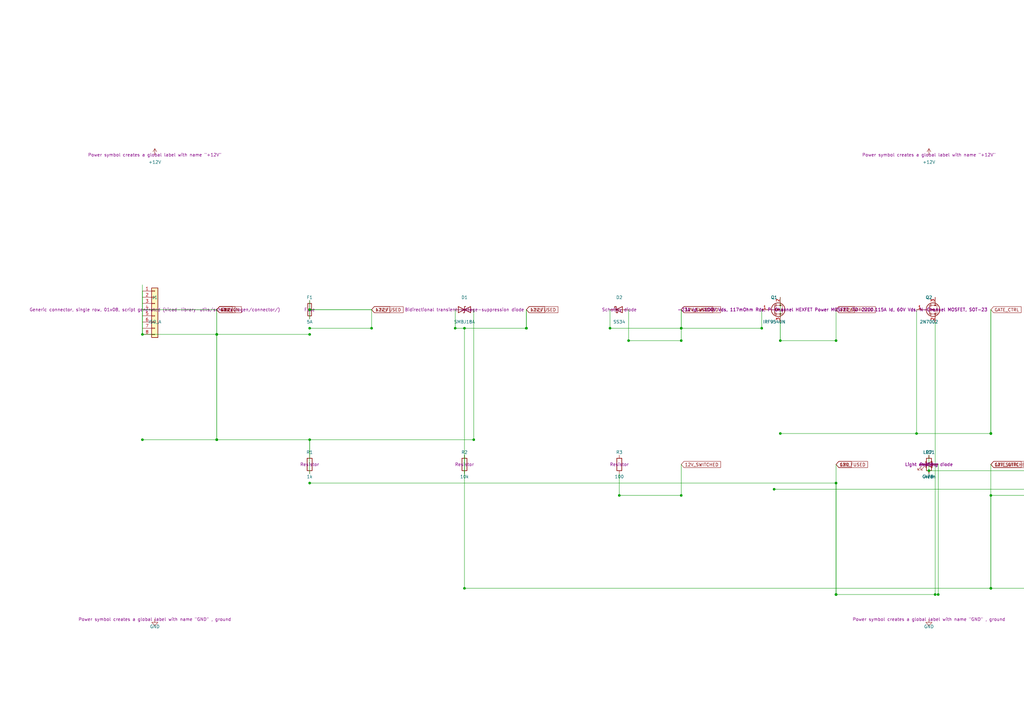
<source format=kicad_sch>
(kicad_sch (version 20250114) (generator "eeschema") (generator_version "9.0")
  (paper "A3")
  (title_block (title "WRX Power & CAN HAT") (date "2026-02-02T00:08:32.410828") (rev "1.0") (company "Auto-generated by Python"))
  (symbol (lib_id "Device:C") (at 635 190.5 0) (unit 1)
    (property "Reference" "C10" (at 635 185.5 0))
    (property "Value" "10uF" (at 635 195.5 0))
    (property "Description" "Unpolarized capacitor" (at 635 190.5 0))
  )
  (symbol (lib_id "Device:R") (at 254 381 0) (unit 1)
    (property "Reference" "R4" (at 254 376 0))
    (property "Value" "1.5k" (at 254 386 0))
    (property "Description" "Resistor" (at 254 381 0))
  )
  (symbol (lib_id "Device:R") (at 317.5 381 0) (unit 1)
    (property "Reference" "R5" (at 317.5 376 0))
    (property "Value" "1k" (at 317.5 386 0))
    (property "Description" "Resistor" (at 317.5 381 0))
  )
  (symbol (lib_id "Device:Crystal") (at 190.5 571.5 0) (unit 1)
    (property "Reference" "Y1" (at 190.5 566.5 0))
    (property "Value" "8MHz" (at 190.5 576.5 0))
    (property "Description" "Two pin crystal" (at 190.5 571.5 0))
  )
  (symbol (lib_id "Device:C") (at 698.5 762 0) (unit 1)
    (property "Reference" "C14" (at 698.5 757 0))
    (property "Value" "2.2uF" (at 698.5 767 0))
    (property "Description" "Unpolarized capacitor" (at 698.5 762 0))
  )
  (symbol (lib_id "Connector_Generic:Conn_01x16") (at 444.5 508 0) (unit 1)
    (property "Reference" "J3" (at 444.5 503 0))
    (property "Value" "OBD-II" (at 444.5 513 0))
    (property "Description" "Generic connector, single row, 01x16, script generated (kicad-library-utils/schlib/autogen/connector/)" (at 444.5 508 0))
  )
  (symbol (lib_id "Connector_Generic:Conn_01x02") (at 635 571.5 0) (unit 1)
    (property "Reference" "J6" (at 635 566.5 0))
    (property "Value" "FAN" (at 635 576.5 0))
    (property "Description" "Generic connector, single row, 01x02, script generated (kicad-library-utils/schlib/autogen/connector/)" (at 635 571.5 0))
  )
  (symbol (lib_id "Device:CP") (at 190.5 381 0) (unit 1)
    (property "Reference" "C?" (at 190.5 376 0))
    (property "Value" "220uF" (at 190.5 386 0))
  )
  (symbol (lib_id "Device:R") (at 635 381 0) (unit 1)
    (property "Reference" "R16" (at 635 376 0))
    (property "Value" "470" (at 635 386 0))
    (property "Description" "Resistor" (at 635 381 0))
  )
  (symbol (lib_id "Device:R") (at 381 508 0) (unit 1)
    (property "Reference" "R8" (at 381 503 0))
    (property "Value" "120" (at 381 513 0))
    (property "Description" "Resistor" (at 381 508 0))
  )
  (symbol (lib_id "Device:D") (at 635 508 0) (unit 1)
    (property "Reference" "D4" (at 635 503 0))
    (property "Value" "1N4148" (at 635 513 0))
    (property "Description" "Diode" (at 635 508 0))
    (property "Sim.Device" "D" (effects (hide yes)))
    (property "Sim.Pins" "1=K 2=A" (effects (hide yes)))
  )
  (symbol (lib_id "Device:C") (at 635 698.5 0) (unit 1)
    (property "Reference" "C11" (at 635 693.5 0))
    (property "Value" "1uF" (at 635 703.5 0))
    (property "Description" "Unpolarized capacitor" (at 635 698.5 0))
  )
  (symbol (lib_id "Connector:Screw_Terminal_01x02") (at 444.5 571.5 0) (unit 1)
    (property "Reference" "J4" (at 444.5 566.5 0))
    (property "Value" "CAN_Term" (at 444.5 576.5 0))
    (property "Description" "Generic screw terminal, single row, 01x02, script generated (kicad-library-utils/schlib/autogen/connector/)" (at 444.5 571.5 0))
  )
  (symbol (lib_id "Device:D_Schottky") (at 254 127 0) (unit 1)
    (property "Reference" "D2" (at 254 122 0))
    (property "Value" "SS34" (at 254 132 0))
    (property "Description" "Schottky diode" (at 254 127 0))
  )
  (symbol (lib_id "Device:C") (at 571.5 190.5 0) (unit 1)
    (property "Reference" "C8" (at 571.5 185.5 0))
    (property "Value" "100nF" (at 571.5 195.5 0))
    (property "Description" "Unpolarized capacitor" (at 571.5 190.5 0))
  )
  (symbol (lib_id "Device:C") (at 381 571.5 0) (unit 1)
    (property "Reference" "C6" (at 381 566.5 0))
    (property "Value" "22pF" (at 381 576.5 0))
    (property "Description" "Unpolarized capacitor" (at 381 571.5 0))
  )
  (symbol (lib_id "Device:C") (at 635 762 0) (unit 1)
    (property "Reference" "C12" (at 635 757 0))
    (property "Value" "2.2uF" (at 635 767 0))
    (property "Description" "Unpolarized capacitor" (at 635 762 0))
  )
  (symbol (lib_id "Device:CP") (at 317.5 190.5 0) (unit 1)
    (property "Reference" "C?" (at 317.5 185.5 0))
    (property "Value" "100uF" (at 317.5 195.5 0))
  )
  (symbol (lib_id "Device:L") (at 190.5 317.5 0) (unit 1)
    (property "Reference" "L1" (at 190.5 312.5 0))
    (property "Value" "33uH" (at 190.5 322.5 0))
    (property "Description" "Inductor" (at 190.5 317.5 0))
  )
  (symbol (lib_id "Connector_Generic:Conn_01x08") (at 63.5 127 0) (unit 1)
    (property "Reference" "J1" (at 63.5 122 0))
    (property "Value" "ISO_A" (at 63.5 132 0))
    (property "Description" "Generic connector, single row, 01x08, script generated (kicad-library-utils/schlib/autogen/connector/)" (at 63.5 127 0))
  )
  (symbol (lib_id "Regulator_Linear:AMS1117-3.3") (at 127 698.5 0) (unit 1)
    (property "Reference" "U2" (at 127 693.5 0))
    (property "Value" "AMS1117-3.3" (at 127 703.5 0))
    (property "Footprint" "Package_TO_SOT_SMD:SOT-223-3_TabPin2" (effects (hide yes)))
    (property "Datasheet" "http://www.advanced-monolithic.com/pdf/ds1117.pdf" (effects (hide yes)))
    (property "Description" "1A Low Dropout regulator, positive, 3.3V fixed output, SOT-223" (at 127 698.5 0))
  )
  (symbol (lib_id "power:+12V") (at 63.5 63.5 0) (unit 1)
    (property "Reference" "#PWR01" (effects (hide yes)))
    (property "Value" "+12V" (at 63.5 66.5 0))
    (property "Description" "Power symbol creates a global label with name \"+12V\"" (at 63.5 63.5 0))
  )
  (symbol (lib_id "power:GND") (at 698.5 254 0) (unit 1)
    (property "Reference" "#PWR07" (effects (hide yes)))
    (property "Value" "GND" (at 698.5 257 0))
    (property "Description" "Power symbol creates a global label with name \"GND\" , ground" (at 698.5 254 0))
  )
  (symbol (lib_id "Connector_Generic:Conn_02x20_Odd_Even") (at 381 698.5 0) (unit 1)
    (property "Reference" "J2" (at 381 693.5 0))
    (property "Value" "Pi_GPIO" (at 381 703.5 0))
    (property "Description" "Generic connector, double row, 02x20, odd/even pin numbering scheme (row 1 odd numbers, row 2 even numbers), script generated (kicad-library-utils/schlib/autogen/connector/)" (at 381 698.5 0))
  )
  (symbol (lib_id "Device:C") (at 254 698.5 0) (unit 1)
    (property "Reference" "C4" (at 254 693.5 0))
    (property "Value" "10uF" (at 254 703.5 0))
    (property "Description" "Unpolarized capacitor" (at 254 698.5 0))
  )
  (symbol (lib_id "Device:R") (at 571.5 825.5 0) (unit 1)
    (property "Reference" "R15" (at 571.5 820.5 0))
    (property "Value" "1k" (at 571.5 830.5 0))
    (property "Description" "Resistor" (at 571.5 825.5 0))
  )
  (symbol (lib_id "MCU_Microchip_ATtiny:ATtiny85-20PU") (at 444.5 317.5 0) (unit 1)
    (property "Reference" "U?" (at 444.5 312.5 0))
    (property "Value" "ATtiny85" (at 444.5 322.5 0))
  )
  (symbol (lib_id "Device:C") (at 444.5 381 0) (unit 1)
    (property "Reference" "C7" (at 444.5 376 0))
    (property "Value" "100nF" (at 444.5 386 0))
    (property "Description" "Unpolarized capacitor" (at 444.5 381 0))
  )
  (symbol (lib_id "power:+3.3V") (at 63.5 635 0) (unit 1)
    (property "Reference" "#PWR03" (effects (hide yes)))
    (property "Value" "+3.3V" (at 63.5 638 0))
    (property "Description" "Power symbol creates a global label with name \"+3.3V\"" (at 63.5 635 0))
  )
  (symbol (lib_id "Device:R") (at 698.5 825.5 0) (unit 1)
    (property "Reference" "R18" (at 698.5 820.5 0))
    (property "Value" "1k" (at 698.5 830.5 0))
    (property "Description" "Resistor" (at 698.5 825.5 0))
  )
  (symbol (lib_id "Device:R") (at 571.5 571.5 0) (unit 1)
    (property "Reference" "R14" (at 571.5 566.5 0))
    (property "Value" "1k" (at 571.5 576.5 0))
    (property "Description" "Resistor" (at 571.5 571.5 0))
  )
  (symbol (lib_id "Connector_Generic:Conn_01x03") (at 698.5 571.5 0) (unit 1)
    (property "Reference" "JP2" (at 698.5 566.5 0))
    (property "Value" "5V/12V" (at 698.5 576.5 0))
    (property "Description" "Generic connector, single row, 01x03, script generated (kicad-library-utils/schlib/autogen/connector/)" (at 698.5 571.5 0))
  )
  (symbol (lib_id "Isolator:LTV-817S") (at 444.5 127 0) (unit 1)
    (property "Reference" "U4" (at 444.5 122 0))
    (property "Value" "LTV-817S" (at 444.5 132 0))
    (property "Footprint" "Package_DIP:SMDIP-4_W9.53mm" (effects (hide yes)))
    (property "Datasheet" "http://www.us.liteon.com/downloads/LTV-817-827-847.PDF" (effects (hide yes)))
    (property "Description" "DC Optocoupler, Vce 35V, CTR 50%, SMDIP-4" (at 444.5 127 0))
  )
  (symbol (lib_id "Device:R") (at 317.5 508 0) (unit 1)
    (property "Reference" "R6" (at 317.5 503 0))
    (property "Value" "10k" (at 317.5 513 0))
    (property "Description" "Resistor" (at 317.5 508 0))
  )
  (symbol (lib_id "Device:R") (at 508 190.5 0) (unit 1)
    (property "Reference" "R11" (at 508 185.5 0))
    (property "Value" "10k" (at 508 195.5 0))
    (property "Description" "Resistor" (at 508 190.5 0))
  )
  (symbol (lib_id "Connector_Generic:Conn_01x02") (at 508 571.5 0) (unit 1)
    (property "Reference" "JP1" (at 508 566.5 0))
    (property "Value" "Jumper" (at 508 576.5 0))
    (property "Description" "Generic connector, single row, 01x02, script generated (kicad-library-utils/schlib/autogen/connector/)" (at 508 571.5 0))
  )
  (symbol (lib_id "Device:R") (at 571.5 381 0) (unit 1)
    (property "Reference" "R13" (at 571.5 376 0))
    (property "Value" "470" (at 571.5 386 0))
    (property "Description" "Resistor" (at 571.5 381 0))
  )
  (symbol (lib_id "Device:C") (at 190.5 698.5 0) (unit 1)
    (property "Reference" "C2" (at 190.5 693.5 0))
    (property "Value" "10uF" (at 190.5 703.5 0))
    (property "Description" "Unpolarized capacitor" (at 190.5 698.5 0))
  )
  (symbol (lib_id "Device:R") (at 635 825.5 0) (unit 1)
    (property "Reference" "R17" (at 635 820.5 0))
    (property "Value" "1k" (at 635 830.5 0))
    (property "Description" "Resistor" (at 635 825.5 0))
  )
  (symbol (lib_id "Device:R") (at 444.5 127 0) (unit 1)
    (property "Reference" "R9" (at 444.5 122 0))
    (property "Value" "10k" (at 444.5 132 0))
    (property "Description" "Resistor" (at 444.5 127 0))
  )
  (symbol (lib_id "Device:D_Schottky") (at 254 317.5 0) (unit 1)
    (property "Reference" "D3" (at 254 312.5 0))
    (property "Value" "SS54" (at 254 322.5 0))
    (property "Description" "Schottky diode" (at 254 317.5 0))
  )
  (symbol (lib_id "Regulator_Switching:LM2596S-5") (at 127 317.5 0) (unit 1)
    (property "Reference" "U1" (at 127 312.5 0))
    (property "Value" "LM2596S-5.0" (at 127 322.5 0))
    (property "Footprint" "Package_TO_SOT_SMD:TO-263-5_TabPin3" (effects (hide yes)))
    (property "Datasheet" "http://www.ti.com/lit/ds/symlink/lm2596.pdf" (effects (hide yes)))
    (property "Description" "5V 3A Step-Down Voltage Regulator, TO-263" (at 127 317.5 0))
  )
  (symbol (lib_id "Device:R") (at 508 381 0) (unit 1)
    (property "Reference" "R12" (at 508 376 0))
    (property "Value" "10k" (at 508 386 0))
    (property "Description" "Resistor" (at 508 381 0))
  )
  (symbol (lib_id "Connector_Generic:Conn_01x06") (at 825.5 762 0) (unit 1)
    (property "Reference" "J7" (at 825.5 757 0))
    (property "Value" "Audio" (at 825.5 767 0))
    (property "Description" "Generic connector, single row, 01x06, script generated (kicad-library-utils/schlib/autogen/connector/)" (at 825.5 762 0))
  )
  (symbol (lib_id "Device:C") (at 571.5 762 0) (unit 1)
    (property "Reference" "C9" (at 571.5 757 0))
    (property "Value" "2.2uF" (at 571.5 767 0))
    (property "Description" "Unpolarized capacitor" (at 571.5 762 0))
  )
  (symbol (lib_id "Connector_Generic:Conn_01x16") (at 571.5 698.5 0) (unit 1)
    (property "Reference" "U5" (at 571.5 693.5 0))
    (property "Value" "PCM5142" (at 571.5 703.5 0))
    (property "Description" "Generic connector, single row, 01x16, script generated (kicad-library-utils/schlib/autogen/connector/)" (at 571.5 698.5 0))
  )
  (symbol (lib_id "Transistor_FET:2N7002") (at 381 127 0) (unit 1)
    (property "Reference" "Q2" (at 381 122 0))
    (property "Value" "2N7002" (at 381 132 0))
    (property "Footprint" "Package_TO_SOT_SMD:SOT-23" (effects (hide yes)))
    (property "Datasheet" "https://www.onsemi.com/pub/Collateral/NDS7002A-D.PDF" (effects (hide yes)))
    (property "Description" "0.115A Id, 60V Vds, N-Channel MOSFET, SOT-23" (at 381 127 0))
  )
  (symbol (lib_id "power:GND") (at 63.5 254 0) (unit 1)
    (property "Reference" "#PWR02" (effects (hide yes)))
    (property "Value" "GND" (at 63.5 257 0))
    (property "Description" "Power symbol creates a global label with name \"GND\" , ground" (at 63.5 254 0))
  )
  (symbol (lib_id "Device:LED") (at 571.5 317.5 0) (unit 1)
    (property "Reference" "LED3" (at 571.5 312.5 0))
    (property "Value" "Yellow" (at 571.5 322.5 0))
    (property "Description" "Light emitting diode" (at 571.5 317.5 0))
    (property "Sim.Pins" "1=K 2=A" (effects (hide yes)))
  )
  (symbol (lib_id "Device:C") (at 254 571.5 0) (unit 1)
    (property "Reference" "C3" (at 254 566.5 0))
    (property "Value" "100nF" (at 254 576.5 0))
    (property "Description" "Unpolarized capacitor" (at 254 571.5 0))
  )
  (symbol (lib_id "Device:R") (at 444.5 190.5 0) (unit 1)
    (property "Reference" "R10" (at 444.5 185.5 0))
    (property "Value" "1k" (at 444.5 195.5 0))
    (property "Description" "Resistor" (at 444.5 190.5 0))
  )
  (symbol (lib_id "Device:R") (at 190.5 190.5 0) (unit 1)
    (property "Reference" "R2" (at 190.5 185.5 0))
    (property "Value" "10k" (at 190.5 195.5 0))
    (property "Description" "Resistor" (at 190.5 190.5 0))
  )
  (symbol (lib_id "Device:LED") (at 508 317.5 0) (unit 1)
    (property "Reference" "LED2" (at 508 312.5 0))
    (property "Value" "Red" (at 508 322.5 0))
    (property "Description" "Light emitting diode" (at 508 317.5 0))
    (property "Sim.Pins" "1=K 2=A" (effects (hide yes)))
  )
  (symbol (lib_id "Transistor_FET:2N7002") (at 571.5 508 0) (unit 1)
    (property "Reference" "Q3" (at 571.5 503 0))
    (property "Value" "2N7002" (at 571.5 513 0))
    (property "Footprint" "Package_TO_SOT_SMD:SOT-23" (effects (hide yes)))
    (property "Datasheet" "https://www.onsemi.com/pub/Collateral/NDS7002A-D.PDF" (effects (hide yes)))
    (property "Description" "0.115A Id, 60V Vds, N-Channel MOSFET, SOT-23" (at 571.5 508 0))
  )
  (symbol (lib_id "Device:LED") (at 381 190.5 0) (unit 1)
    (property "Reference" "LED1" (at 381 185.5 0))
    (property "Value" "Green" (at 381 195.5 0))
    (property "Description" "Light emitting diode" (at 381 190.5 0))
    (property "Sim.Pins" "1=K 2=A" (effects (hide yes)))
  )
  (symbol (lib_id "Interface_CAN_LIN:SN65HVD230") (at 254 508 0) (unit 1)
    (property "Reference" "U3" (at 254 503 0))
    (property "Value" "SN65HVD230" (at 254 513 0))
    (property "Footprint" "Package_SO:SOIC-8_3.9x4.9mm_P1.27mm" (effects (hide yes)))
    (property "Datasheet" "http://www.ti.com/lit/ds/symlink/sn65hvd230.pdf" (effects (hide yes)))
    (property "Description" "CAN Bus Transceivers, 3.3V, 1Mbps, Low-Power capabilities, SOIC-8" (at 254 508 0))
  )
  (symbol (lib_id "Device:R") (at 254 190.5 0) (unit 1)
    (property "Reference" "R3" (at 254 185.5 0))
    (property "Value" "100" (at 254 195.5 0))
    (property "Description" "Resistor" (at 254 190.5 0))
  )
  (symbol (lib_id "Device:C") (at 698.5 698.5 0) (unit 1)
    (property "Reference" "C13" (at 698.5 693.5 0))
    (property "Value" "1uF" (at 698.5 703.5 0))
    (property "Description" "Unpolarized capacitor" (at 698.5 698.5 0))
  )
  (symbol (lib_id "power:+5V") (at 381 444.5 0) (unit 1)
    (property "Reference" "#PWR06" (effects (hide yes)))
    (property "Value" "+5V" (at 381 447.5 0))
    (property "Description" "Power symbol creates a global label with name \"+5V\"" (at 381 444.5 0))
  )
  (symbol (lib_id "Device:C") (at 762 762 0) (unit 1)
    (property "Reference" "C15" (at 762 757 0))
    (property "Value" "2.2uF" (at 762 767 0))
    (property "Description" "Unpolarized capacitor" (at 762 762 0))
  )
  (symbol (lib_id "Device:R") (at 381 190.5 0) (unit 1)
    (property "Reference" "R7" (at 381 185.5 0))
    (property "Value" "470" (at 381 195.5 0))
    (property "Description" "Resistor" (at 381 190.5 0))
  )
  (symbol (lib_id "Connector_Generic:Conn_02x03_Odd_Even") (at 635 317.5 0) (unit 1)
    (property "Reference" "J5" (at 635 312.5 0))
    (property "Value" "ISP" (at 635 322.5 0))
    (property "Description" "Generic connector, double row, 02x03, odd/even pin numbering scheme (row 1 odd numbers, row 2 even numbers), script generated (kicad-library-utils/schlib/autogen/connector/)" (at 635 317.5 0))
  )
  (symbol (lib_id "Interface_CAN_LIN:MCP2515-I_SO") (at 127 508 0) (unit 1)
    (property "Reference" "U?" (at 127 503 0))
    (property "Value" "MCP2515" (at 127 513 0))
  )
  (symbol (lib_id "Device:C") (at 127 571.5 0) (unit 1)
    (property "Reference" "C1" (at 127 566.5 0))
    (property "Value" "100nF" (at 127 576.5 0))
    (property "Description" "Unpolarized capacitor" (at 127 571.5 0))
  )
  (symbol (lib_id "Device:R") (at 762 825.5 0) (unit 1)
    (property "Reference" "R19" (at 762 820.5 0))
    (property "Value" "1k" (at 762 830.5 0))
    (property "Description" "Resistor" (at 762 825.5 0))
  )
  (symbol (lib_id "Device:R") (at 127 190.5 0) (unit 1)
    (property "Reference" "R1" (at 127 185.5 0))
    (property "Value" "1k" (at 127 195.5 0))
    (property "Description" "Resistor" (at 127 190.5 0))
  )
  (symbol (lib_id "Device:D_TVS") (at 190.5 127 0) (unit 1)
    (property "Reference" "D1" (at 190.5 122 0))
    (property "Value" "SMBJ18A" (at 190.5 132 0))
    (property "Description" "Bidirectional transient-voltage-suppression diode" (at 190.5 127 0))
  )
  (symbol (lib_id "Device:Fuse") (at 127 127 0) (unit 1)
    (property "Reference" "F1" (at 127 122 0))
    (property "Value" "5A" (at 127 132 0))
    (property "Description" "Fuse" (at 127 127 0))
  )
  (symbol (lib_id "Device:C") (at 317.5 571.5 0) (unit 1)
    (property "Reference" "C5" (at 317.5 566.5 0))
    (property "Value" "22pF" (at 317.5 576.5 0))
    (property "Description" "Unpolarized capacitor" (at 317.5 571.5 0))
  )
  (symbol (lib_id "Transistor_FET:IRF9540N") (at 317.5 127 0) (unit 1)
    (property "Reference" "Q1" (at 317.5 122 0))
    (property "Value" "IRF9540N" (at 317.5 132 0))
    (property "Footprint" "Package_TO_SOT_THT:TO-220-3_Vertical" (effects (hide yes)))
    (property "Datasheet" "http://www.irf.com/product-info/datasheets/data/irf9540n.pdf" (effects (hide yes)))
    (property "Description" "-23A Id, -100V Vds, 117mOhm Rds, P-Channel HEXFET Power MOSFET, TO-220" (at 317.5 127 0))
  )
  (symbol (lib_id "power:+12V") (at 381 63.5 0) (unit 1)
    (property "Reference" "#PWR04" (effects (hide yes)))
    (property "Value" "+12V" (at 381 66.5 0))
    (property "Description" "Power symbol creates a global label with name \"+12V\"" (at 381 63.5 0))
  )
  (symbol (lib_id "power:GND") (at 381 254 0) (unit 1)
    (property "Reference" "#PWR05" (effects (hide yes)))
    (property "Value" "GND" (at 381 257 0))
    (property "Description" "Power symbol creates a global label with name \"GND\" , ground" (at 381 254 0))
  )
  (symbol (lib_id "Device:CP") (at 127 381 0) (unit 1)
    (property "Reference" "C?" (at 127 376 0))
    (property "Value" "100uF" (at 127 386 0))
  )
  (global_label "GND" (shape input) (at 88.9 127.0 0) (property "Intersheetrefs" "${INTERSHEET_REFS}" (effects hide)))
  (global_label "GND" (shape input) (at 342.9 190.5 0) (property "Intersheetrefs" "${INTERSHEET_REFS}" (effects hide)))
  (global_label "GND" (shape input) (at 152.4 381.0 0) (property "Intersheetrefs" "${INTERSHEET_REFS}" (effects hide)))
  (global_label "GND" (shape input) (at 215.9 381.0 0) (property "Intersheetrefs" "${INTERSHEET_REFS}" (effects hide)))
  (global_label "GND" (shape input) (at 469.90000000000003 381.0 0) (property "Intersheetrefs" "${INTERSHEET_REFS}" (effects hide)))
  (global_label "GND" (shape input) (at 152.4 571.5 0) (property "Intersheetrefs" "${INTERSHEET_REFS}" (effects hide)))
  (global_label "GND" (shape input) (at 279.4 571.5 0) (property "Intersheetrefs" "${INTERSHEET_REFS}" (effects hide)))
  (global_label "GND" (shape input) (at 342.9 571.5 0) (property "Intersheetrefs" "${INTERSHEET_REFS}" (effects hide)))
  (global_label "GND" (shape input) (at 406.4 571.5 0) (property "Intersheetrefs" "${INTERSHEET_REFS}" (effects hide)))
  (global_label "GND" (shape input) (at 215.9 698.5 0) (property "Intersheetrefs" "${INTERSHEET_REFS}" (effects hide)))
  (global_label "GND" (shape input) (at 279.4 698.5 0) (property "Intersheetrefs" "${INTERSHEET_REFS}" (effects hide)))
  (global_label "GND" (shape input) (at 152.4 317.5 0) (property "Intersheetrefs" "${INTERSHEET_REFS}" (effects hide)))
  (global_label "GND" (shape input) (at 469.90000000000003 127.0 0) (property "Intersheetrefs" "${INTERSHEET_REFS}" (effects hide)))
  (global_label "GND" (shape input) (at 469.90000000000003 317.5 0) (property "Intersheetrefs" "${INTERSHEET_REFS}" (effects hide)))
  (global_label "GND" (shape input) (at 152.4 508.0 0) (property "Intersheetrefs" "${INTERSHEET_REFS}" (effects hide)))
  (global_label "GND" (shape input) (at 279.4 508.0 0) (property "Intersheetrefs" "${INTERSHEET_REFS}" (effects hide)))
  (global_label "GND" (shape input) (at 152.4 698.5 0) (property "Intersheetrefs" "${INTERSHEET_REFS}" (effects hide)))
  (global_label "GND" (shape input) (at 406.4 698.5 0) (property "Intersheetrefs" "${INTERSHEET_REFS}" (effects hide)))
  (global_label "GND" (shape input) (at 660.4 317.5 0) (property "Intersheetrefs" "${INTERSHEET_REFS}" (effects hide)))
  (global_label "GND" (shape input) (at 660.4 508.0 0) (property "Intersheetrefs" "${INTERSHEET_REFS}" (effects hide)))
  (global_label "+12V" (shape input) (at 88.9 127.0 0) (property "Intersheetrefs" "${INTERSHEET_REFS}" (effects hide)))
  (global_label "+12V" (shape input) (at 152.4 127.0 0) (property "Intersheetrefs" "${INTERSHEET_REFS}" (effects hide)))
  (global_label "+12V" (shape input) (at 215.9 127.0 0) (property "Intersheetrefs" "${INTERSHEET_REFS}" (effects hide)))
  (global_label "+12V" (shape input) (at 342.9 127.0 0) (property "Intersheetrefs" "${INTERSHEET_REFS}" (effects hide)))
  (global_label "+5V" (shape input) (at 152.4 317.5 0) (property "Intersheetrefs" "${INTERSHEET_REFS}" (effects hide)))
  (global_label "+5V" (shape input) (at 215.9 381.0 0) (property "Intersheetrefs" "${INTERSHEET_REFS}" (effects hide)))
  (global_label "+5V" (shape input) (at 152.4 571.5 0) (property "Intersheetrefs" "${INTERSHEET_REFS}" (effects hide)))
  (global_label "+5V" (shape input) (at 469.90000000000003 317.5 0) (property "Intersheetrefs" "${INTERSHEET_REFS}" (effects hide)))
  (global_label "+5V" (shape input) (at 152.4 508.0 0) (property "Intersheetrefs" "${INTERSHEET_REFS}" (effects hide)))
  (global_label "+5V" (shape input) (at 152.4 698.5 0) (property "Intersheetrefs" "${INTERSHEET_REFS}" (effects hide)))
  (global_label "+5V" (shape input) (at 406.4 698.5 0) (property "Intersheetrefs" "${INTERSHEET_REFS}" (effects hide)))
  (global_label "+3.3V" (shape input) (at 279.4 508.0 0) (property "Intersheetrefs" "${INTERSHEET_REFS}" (effects hide)))
  (global_label "+3.3V" (shape input) (at 152.4 698.5 0) (property "Intersheetrefs" "${INTERSHEET_REFS}" (effects hide)))
  (global_label "+3.3V" (shape input) (at 406.4 698.5 0) (property "Intersheetrefs" "${INTERSHEET_REFS}" (effects hide)))
  (global_label "+3.3V" (shape input) (at 469.90000000000003 381.0 0) (property "Intersheetrefs" "${INTERSHEET_REFS}" (effects hide)))
  (global_label "12V_FUSED" (shape input) (at 152.4 127.0 0) (property "Intersheetrefs" "${INTERSHEET_REFS}" (effects hide)))
  (global_label "12V_FUSED" (shape input) (at 215.9 127.0 0) (property "Intersheetrefs" "${INTERSHEET_REFS}" (effects hide)))
  (global_label "12V_FUSED" (shape input) (at 279.4 127.0 0) (property "Intersheetrefs" "${INTERSHEET_REFS}" (effects hide)))
  (global_label "12V_FUSED" (shape input) (at 342.9 190.5 0) (property "Intersheetrefs" "${INTERSHEET_REFS}" (effects hide)))
  (global_label "12V_SWITCHED" (shape input) (at 279.4 127.0 0) (property "Intersheetrefs" "${INTERSHEET_REFS}" (effects hide)))
  (global_label "12V_SWITCHED" (shape input) (at 342.9 127.0 0) (property "Intersheetrefs" "${INTERSHEET_REFS}" (effects hide)))
  (global_label "12V_SWITCHED" (shape input) (at 152.4 317.5 0) (property "Intersheetrefs" "${INTERSHEET_REFS}" (effects hide)))
  (global_label "12V_SWITCHED" (shape input) (at 406.4 190.5 0) (property "Intersheetrefs" "${INTERSHEET_REFS}" (effects hide)))
  (global_label "12V_SWITCHED" (shape input) (at 279.4 190.5 0) (property "Intersheetrefs" "${INTERSHEET_REFS}" (effects hide)))
  (global_label "GATE_CTRL" (shape input) (at 469.90000000000003 317.5 0) (property "Intersheetrefs" "${INTERSHEET_REFS}" (effects hide)))
  (global_label "GATE_CTRL" (shape input) (at 406.4 190.5 0) (property "Intersheetrefs" "${INTERSHEET_REFS}" (effects hide)))
  (global_label "GATE_CTRL" (shape input) (at 406.4 127.0 0) (property "Intersheetrefs" "${INTERSHEET_REFS}" (effects hide)))
  (global_label "12V_IGN" (shape input) (at 88.9 127.0 0) (property "Intersheetrefs" "${INTERSHEET_REFS}" (effects hide)))
  (global_label "12V_IGN" (shape input) (at 469.90000000000003 190.5 0) (property "Intersheetrefs" "${INTERSHEET_REFS}" (effects hide)))
  (global_label "12V_IGN" (shape input) (at 469.90000000000003 127.0 0) (property "Intersheetrefs" "${INTERSHEET_REFS}" (effects hide)))
  (global_label "IGN_DETECT" (shape input) (at 469.90000000000003 127.0 0) (property "Intersheetrefs" "${INTERSHEET_REFS}" (effects hide)))
  (global_label "IGN_DETECT" (shape input) (at 533.4 190.5 0) (property "Intersheetrefs" "${INTERSHEET_REFS}" (effects hide)))
  (global_label "IGN_DETECT" (shape input) (at 596.9 190.5 0) (property "Intersheetrefs" "${INTERSHEET_REFS}" (effects hide)))
  (global_label "IGN_DETECT" (shape input) (at 660.4 190.5 0) (property "Intersheetrefs" "${INTERSHEET_REFS}" (effects hide)))
  (global_label "IGN_DETECT" (shape input) (at 469.90000000000003 317.5 0) (property "Intersheetrefs" "${INTERSHEET_REFS}" (effects hide)))
  (global_label "IGN_DETECT" (shape input) (at 406.4 698.5 0) (property "Intersheetrefs" "${INTERSHEET_REFS}" (effects hide)))
  (global_label "SHUTDOWN_REQ" (shape input) (at 469.90000000000003 317.5 0) (property "Intersheetrefs" "${INTERSHEET_REFS}" (effects hide)))
  (global_label "SHUTDOWN_REQ" (shape input) (at 406.4 698.5 0) (property "Intersheetrefs" "${INTERSHEET_REFS}" (effects hide)))
  (global_label "TIMER_LED" (shape input) (at 469.90000000000003 317.5 0) (property "Intersheetrefs" "${INTERSHEET_REFS}" (effects hide)))
  (global_label "TIMER_LED" (shape input) (at 596.9 381.0 0) (property "Intersheetrefs" "${INTERSHEET_REFS}" (effects hide)))
  (global_label "TIMER_LED" (shape input) (at 533.4 317.5 0) (property "Intersheetrefs" "${INTERSHEET_REFS}" (effects hide)))
  (global_label "HEARTBEAT_LED" (shape input) (at 469.90000000000003 317.5 0) (property "Intersheetrefs" "${INTERSHEET_REFS}" (effects hide)))
  (global_label "HEARTBEAT_LED" (shape input) (at 660.4 381.0 0) (property "Intersheetrefs" "${INTERSHEET_REFS}" (effects hide)))
  (global_label "HEARTBEAT_LED" (shape input) (at 596.9 317.5 0) (property "Intersheetrefs" "${INTERSHEET_REFS}" (effects hide)))
  (global_label "RESET" (shape input) (at 469.90000000000003 317.5 0) (property "Intersheetrefs" "${INTERSHEET_REFS}" (effects hide)))
  (global_label "RESET" (shape input) (at 533.4 381.0 0) (property "Intersheetrefs" "${INTERSHEET_REFS}" (effects hide)))
  (global_label "RESET" (shape input) (at 660.4 317.5 0) (property "Intersheetrefs" "${INTERSHEET_REFS}" (effects hide)))
  (global_label "SPI_MOSI" (shape input) (at 406.4 698.5 0) (property "Intersheetrefs" "${INTERSHEET_REFS}" (effects hide)))
  (global_label "SPI_MOSI" (shape input) (at 152.4 508.0 0) (property "Intersheetrefs" "${INTERSHEET_REFS}" (effects hide)))
  (global_label "SPI_MISO" (shape input) (at 406.4 698.5 0) (property "Intersheetrefs" "${INTERSHEET_REFS}" (effects hide)))
  (global_label "SPI_MISO" (shape input) (at 152.4 508.0 0) (property "Intersheetrefs" "${INTERSHEET_REFS}" (effects hide)))
  (global_label "SPI_SCLK" (shape input) (at 406.4 698.5 0) (property "Intersheetrefs" "${INTERSHEET_REFS}" (effects hide)))
  (global_label "SPI_SCLK" (shape input) (at 152.4 508.0 0) (property "Intersheetrefs" "${INTERSHEET_REFS}" (effects hide)))
  (global_label "SPI_CE0" (shape input) (at 406.4 698.5 0) (property "Intersheetrefs" "${INTERSHEET_REFS}" (effects hide)))
  (global_label "SPI_CE0" (shape input) (at 152.4 508.0 0) (property "Intersheetrefs" "${INTERSHEET_REFS}" (effects hide)))
  (global_label "CAN_INT" (shape input) (at 152.4 508.0 0) (property "Intersheetrefs" "${INTERSHEET_REFS}" (effects hide)))
  (global_label "CAN_INT" (shape input) (at 406.4 698.5 0) (property "Intersheetrefs" "${INTERSHEET_REFS}" (effects hide)))
  (global_label "CAN_INT" (shape input) (at 342.9 508.0 0) (property "Intersheetrefs" "${INTERSHEET_REFS}" (effects hide)))
  (global_label "CAN_TX" (shape input) (at 152.4 508.0 0) (property "Intersheetrefs" "${INTERSHEET_REFS}" (effects hide)))
  (global_label "CAN_TX" (shape input) (at 279.4 508.0 0) (property "Intersheetrefs" "${INTERSHEET_REFS}" (effects hide)))
  (global_label "CAN_RX" (shape input) (at 152.4 508.0 0) (property "Intersheetrefs" "${INTERSHEET_REFS}" (effects hide)))
  (global_label "CAN_RX" (shape input) (at 279.4 508.0 0) (property "Intersheetrefs" "${INTERSHEET_REFS}" (effects hide)))
  (global_label "CANH" (shape input) (at 279.4 508.0 0) (property "Intersheetrefs" "${INTERSHEET_REFS}" (effects hide)))
  (global_label "CANH" (shape input) (at 469.90000000000003 508.0 0) (property "Intersheetrefs" "${INTERSHEET_REFS}" (effects hide)))
  (global_label "CANH" (shape input) (at 469.90000000000003 571.5 0) (property "Intersheetrefs" "${INTERSHEET_REFS}" (effects hide)))
  (global_label "CANH" (shape input) (at 406.4 508.0 0) (property "Intersheetrefs" "${INTERSHEET_REFS}" (effects hide)))
  (global_label "CANH" (shape input) (at 533.4 571.5 0) (property "Intersheetrefs" "${INTERSHEET_REFS}" (effects hide)))
  (global_label "CANL" (shape input) (at 279.4 508.0 0) (property "Intersheetrefs" "${INTERSHEET_REFS}" (effects hide)))
  (global_label "CANL" (shape input) (at 469.90000000000003 508.0 0) (property "Intersheetrefs" "${INTERSHEET_REFS}" (effects hide)))
  (global_label "CANL" (shape input) (at 469.90000000000003 571.5 0) (property "Intersheetrefs" "${INTERSHEET_REFS}" (effects hide)))
  (global_label "CANL" (shape input) (at 406.4 508.0 0) (property "Intersheetrefs" "${INTERSHEET_REFS}" (effects hide)))
  (global_label "CANL" (shape input) (at 533.4 571.5 0) (property "Intersheetrefs" "${INTERSHEET_REFS}" (effects hide)))
  (global_label "XTAL1" (shape input) (at 152.4 508.0 0) (property "Intersheetrefs" "${INTERSHEET_REFS}" (effects hide)))
  (global_label "XTAL1" (shape input) (at 215.9 571.5 0) (property "Intersheetrefs" "${INTERSHEET_REFS}" (effects hide)))
  (global_label "XTAL1" (shape input) (at 342.9 571.5 0) (property "Intersheetrefs" "${INTERSHEET_REFS}" (effects hide)))
  (global_label "XTAL2" (shape input) (at 152.4 508.0 0) (property "Intersheetrefs" "${INTERSHEET_REFS}" (effects hide)))
  (global_label "XTAL2" (shape input) (at 215.9 571.5 0) (property "Intersheetrefs" "${INTERSHEET_REFS}" (effects hide)))
  (global_label "XTAL2" (shape input) (at 406.4 571.5 0) (property "Intersheetrefs" "${INTERSHEET_REFS}" (effects hide)))
  (global_label "FAN_PWM" (shape input) (at 406.4 698.5 0) (property "Intersheetrefs" "${INTERSHEET_REFS}" (effects hide)))
  (global_label "FAN_PWM" (shape input) (at 596.9 571.5 0) (property "Intersheetrefs" "${INTERSHEET_REFS}" (effects hide)))
  (global_label "FAN_PWM" (shape input) (at 596.9 508.0 0) (property "Intersheetrefs" "${INTERSHEET_REFS}" (effects hide)))
  (global_label "FAN+" (shape input) (at 723.9 571.5 0) (property "Intersheetrefs" "${INTERSHEET_REFS}" (effects hide)))
  (global_label "FAN+" (shape input) (at 660.4 571.5 0) (property "Intersheetrefs" "${INTERSHEET_REFS}" (effects hide)))
  (global_label "FAN-" (shape input) (at 596.9 508.0 0) (property "Intersheetrefs" "${INTERSHEET_REFS}" (effects hide)))
  (global_label "FAN-" (shape input) (at 660.4 571.5 0) (property "Intersheetrefs" "${INTERSHEET_REFS}" (effects hide)))
  (global_label "FAN-" (shape input) (at 660.4 508.0 0) (property "Intersheetrefs" "${INTERSHEET_REFS}" (effects hide)))
  (global_label "I2S_BCK" (shape input) (at 406.4 698.5 0) (property "Intersheetrefs" "${INTERSHEET_REFS}" (effects hide)))
  (global_label "I2S_BCK" (shape input) (at 596.9 698.5 0) (property "Intersheetrefs" "${INTERSHEET_REFS}" (effects hide)))
  (global_label "I2S_DATA" (shape input) (at 406.4 698.5 0) (property "Intersheetrefs" "${INTERSHEET_REFS}" (effects hide)))
  (global_label "I2S_DATA" (shape input) (at 596.9 698.5 0) (property "Intersheetrefs" "${INTERSHEET_REFS}" (effects hide)))
  (global_label "I2S_LRCK" (shape input) (at 406.4 698.5 0) (property "Intersheetrefs" "${INTERSHEET_REFS}" (effects hide)))
  (global_label "I2S_LRCK" (shape input) (at 596.9 698.5 0) (property "Intersheetrefs" "${INTERSHEET_REFS}" (effects hide)))
  (global_label "AUDIO_L+" (shape input) (at 596.9 698.5 0) (property "Intersheetrefs" "${INTERSHEET_REFS}" (effects hide)))
  (global_label "AUDIO_L+" (shape input) (at 596.9 825.5 0) (property "Intersheetrefs" "${INTERSHEET_REFS}" (effects hide)))
  (global_label "AUDIO_L+" (shape input) (at 596.9 762.0 0) (property "Intersheetrefs" "${INTERSHEET_REFS}" (effects hide)))
  (global_label "AUDIO_L+" (shape input) (at 850.9 762.0 0) (property "Intersheetrefs" "${INTERSHEET_REFS}" (effects hide)))
  (global_label "AUDIO_L-" (shape input) (at 596.9 698.5 0) (property "Intersheetrefs" "${INTERSHEET_REFS}" (effects hide)))
  (global_label "AUDIO_L-" (shape input) (at 660.4 825.5 0) (property "Intersheetrefs" "${INTERSHEET_REFS}" (effects hide)))
  (global_label "AUDIO_L-" (shape input) (at 660.4 762.0 0) (property "Intersheetrefs" "${INTERSHEET_REFS}" (effects hide)))
  (global_label "AUDIO_L-" (shape input) (at 850.9 762.0 0) (property "Intersheetrefs" "${INTERSHEET_REFS}" (effects hide)))
  (global_label "AUDIO_R+" (shape input) (at 596.9 698.5 0) (property "Intersheetrefs" "${INTERSHEET_REFS}" (effects hide)))
  (global_label "AUDIO_R+" (shape input) (at 723.9 825.5 0) (property "Intersheetrefs" "${INTERSHEET_REFS}" (effects hide)))
  (global_label "AUDIO_R+" (shape input) (at 723.9 762.0 0) (property "Intersheetrefs" "${INTERSHEET_REFS}" (effects hide)))
  (global_label "AUDIO_R+" (shape input) (at 850.9 762.0 0) (property "Intersheetrefs" "${INTERSHEET_REFS}" (effects hide)))
  (global_label "AUDIO_R-" (shape input) (at 596.9 698.5 0) (property "Intersheetrefs" "${INTERSHEET_REFS}" (effects hide)))
  (global_label "AUDIO_R-" (shape input) (at 787.4 825.5 0) (property "Intersheetrefs" "${INTERSHEET_REFS}" (effects hide)))
  (global_label "AUDIO_R-" (shape input) (at 787.4 762.0 0) (property "Intersheetrefs" "${INTERSHEET_REFS}" (effects hide)))
  (global_label "AUDIO_R-" (shape input) (at 850.9 762.0 0) (property "Intersheetrefs" "${INTERSHEET_REFS}" (effects hide)))
  (wire (pts (xy 58.42 127.0) (xy 88.9 127.0)))
  (wire (pts (xy 58.42 119.38) (xy 58.42 137.16)))
  (wire (pts (xy 58.42 137.16) (xy 88.9 137.16)))
  (wire (pts (xy 88.9 137.16) (xy 88.9 127.0)))
  (wire (pts (xy 58.42 116.84) (xy 58.42 180.34)))
  (wire (pts (xy 58.42 180.34) (xy 88.9 180.34)))
  (wire (pts (xy 88.9 180.34) (xy 88.9 127.0)))
  (wire (pts (xy 127.0 130.81) (xy 127.0 127.0)))
  (wire (pts (xy 127.0 127.0) (xy 152.4 127.0)))
  (wire (pts (xy 127.0 123.19) (xy 127.0 134.62)))
  (wire (pts (xy 127.0 134.62) (xy 152.4 134.62)))
  (wire (pts (xy 152.4 134.62) (xy 152.4 127.0)))
  (wire (pts (xy 186.69 127.0) (xy 186.69 134.62)))
  (wire (pts (xy 186.69 134.62) (xy 215.9 134.62)))
  (wire (pts (xy 215.9 134.62) (xy 215.9 127.0)))
  (wire (pts (xy 194.31 127.0) (xy 194.31 180.34)))
  (wire (pts (xy 194.31 180.34) (xy 88.9 180.34)))
  (wire (pts (xy 88.9 180.34) (xy 88.9 127.0)))
  (wire (pts (xy 250.19 127.0) (xy 250.19 134.62)))
  (wire (pts (xy 250.19 134.62) (xy 279.4 134.62)))
  (wire (pts (xy 279.4 134.62) (xy 279.4 127.0)))
  (wire (pts (xy 257.81 127.0) (xy 257.81 139.7)))
  (wire (pts (xy 257.81 139.7) (xy 279.4 139.7)))
  (wire (pts (xy 279.4 139.7) (xy 279.4 127.0)))
  (wire (pts (xy 312.42 127.0) (xy 312.42 134.62)))
  (wire (pts (xy 312.42 134.62) (xy 279.4 134.62)))
  (wire (pts (xy 279.4 134.62) (xy 279.4 127.0)))
  (wire (pts (xy 320.04 132.08) (xy 320.04 177.8)))
  (wire (pts (xy 320.04 177.8) (xy 406.4 177.8)))
  (wire (pts (xy 406.4 177.8) (xy 406.4 127.0)))
  (wire (pts (xy 320.04 121.92) (xy 320.04 139.7)))
  (wire (pts (xy 320.04 139.7) (xy 342.9 139.7)))
  (wire (pts (xy 342.9 139.7) (xy 342.9 127.0)))
  (wire (pts (xy 127.0 194.31) (xy 127.0 127.0)))
  (wire (pts (xy 127.0 127.0) (xy 152.4 127.0)))
  (wire (pts (xy 127.0 186.69) (xy 127.0 180.34)))
  (wire (pts (xy 127.0 180.34) (xy 88.9 180.34)))
  (wire (pts (xy 88.9 180.34) (xy 88.9 127.0)))
  (wire (pts (xy 190.5 194.31) (xy 190.5 134.62)))
  (wire (pts (xy 190.5 134.62) (xy 215.9 134.62)))
  (wire (pts (xy 215.9 134.62) (xy 215.9 127.0)))
  (wire (pts (xy 190.5 186.69) (xy 190.5 241.3)))
  (wire (pts (xy 190.5 241.3) (xy 406.4 241.3)))
  (wire (pts (xy 406.4 241.3) (xy 406.4 190.5)))
  (wire (pts (xy 254.0 194.31) (xy 254.0 203.2)))
  (wire (pts (xy 254.0 203.2) (xy 279.4 203.2)))
  (wire (pts (xy 279.4 203.2) (xy 279.4 190.5)))
  (wire (pts (xy 127.0 575.31) (xy 127.0 198.12)))
  (wire (pts (xy 127.0 198.12) (xy 342.9 198.12)))
  (wire (pts (xy 342.9 198.12) (xy 342.9 190.5)))
  (wire (pts (xy 127.0 567.69) (xy 127.0 624.84)))
  (wire (pts (xy 127.0 624.84) (xy 152.4 624.84)))
  (wire (pts (xy 152.4 624.84) (xy 152.4 571.5)))
  (wire (pts (xy 384.81 190.5) (xy 384.81 243.84)))
  (wire (pts (xy 384.81 243.84) (xy 342.9 243.84)))
  (wire (pts (xy 342.9 243.84) (xy 342.9 190.5)))
  (wire (pts (xy 114.3 320.04) (xy 114.3 330.2)))
  (wire (pts (xy 114.3 330.2) (xy 152.4 330.2)))
  (wire (pts (xy 152.4 330.2) (xy 152.4 317.5)))
  (wire (pts (xy 127.0 309.88) (xy 127.0 370.84000000000003)))
  (wire (pts (xy 127.0 370.84000000000003) (xy 152.4 370.84000000000003)))
  (wire (pts (xy 152.4 370.84000000000003) (xy 152.4 317.5)))
  (wire (pts (xy 114.3 314.96) (xy 114.3 330.2)))
  (wire (pts (xy 114.3 330.2) (xy 152.4 330.2)))
  (wire (pts (xy 152.4 330.2) (xy 152.4 317.5)))
  (wire (pts (xy 190.5 313.69) (xy 190.5 322.58)))
  (wire (pts (xy 190.5 322.58) (xy 152.4 322.58)))
  (wire (pts (xy 152.4 322.58) (xy 152.4 317.5)))
  (wire (pts (xy 250.19 317.5) (xy 250.19 434.34000000000003)))
  (wire (pts (xy 250.19 434.34000000000003) (xy 215.9 434.34000000000003)))
  (wire (pts (xy 215.9 434.34000000000003) (xy 215.9 381.0)))
  (wire (pts (xy 190.5 702.31) (xy 190.5 330.2)))
  (wire (pts (xy 190.5 330.2) (xy 152.4 330.2)))
  (wire (pts (xy 152.4 330.2) (xy 152.4 317.5)))
  (wire (pts (xy 190.5 694.69) (xy 190.5 751.84)))
  (wire (pts (xy 190.5 751.84) (xy 215.9 751.84)))
  (wire (pts (xy 215.9 751.84) (xy 215.9 698.5)))
  (wire (pts (xy 254.0 575.31) (xy 254.0 576.58)))
  (wire (pts (xy 254.0 576.58) (xy 152.4 576.58)))
  (wire (pts (xy 152.4 576.58) (xy 152.4 571.5)))
  (wire (pts (xy 254.0 567.69) (xy 254.0 624.84)))
  (wire (pts (xy 254.0 624.84) (xy 279.4 624.84)))
  (wire (pts (xy 279.4 624.84) (xy 279.4 571.5)))
  (wire (pts (xy 254.0 384.81) (xy 254.0 386.08)))
  (wire (pts (xy 254.0 386.08) (xy 215.9 386.08)))
  (wire (pts (xy 215.9 386.08) (xy 215.9 381.0)))
  (wire (pts (xy 317.5 377.19) (xy 317.5 434.34000000000003)))
  (wire (pts (xy 317.5 434.34000000000003) (xy 215.9 434.34000000000003)))
  (wire (pts (xy 215.9 434.34000000000003) (xy 215.9 381.0)))
  (wire (pts (xy 127.0 690.88) (xy 127.0 137.16)))
  (wire (pts (xy 127.0 137.16) (xy 88.9 137.16)))
  (wire (pts (xy 88.9 137.16) (xy 88.9 127.0)))
  (wire (pts (xy 134.62 698.5) (xy 134.62 751.84)))
  (wire (pts (xy 134.62 751.84) (xy 152.4 751.84)))
  (wire (pts (xy 152.4 751.84) (xy 152.4 698.5)))
  (wire (pts (xy 119.38 698.5) (xy 119.38 751.84)))
  (wire (pts (xy 119.38 751.84) (xy 152.4 751.84)))
  (wire (pts (xy 152.4 751.84) (xy 152.4 698.5)))
  (wire (pts (xy 317.5 511.81) (xy 317.5 200.66)))
  (wire (pts (xy 317.5 200.66) (xy 469.90000000000003 200.66)))
  (wire (pts (xy 469.90000000000003 200.66) (xy 469.90000000000003 190.5)))
  (wire (pts (xy 381.0 194.31) (xy 381.0 193.04000000000002)))
  (wire (pts (xy 381.0 193.04000000000002) (xy 469.90000000000003 193.04000000000002)))
  (wire (pts (xy 469.90000000000003 193.04000000000002) (xy 469.90000000000003 127.0)))
  (wire (pts (xy 381.0 186.69) (xy 381.0 383.54)))
  (wire (pts (xy 381.0 383.54) (xy 469.90000000000003 383.54)))
  (wire (pts (xy 469.90000000000003 383.54) (xy 469.90000000000003 381.0)))
  (wire (pts (xy 254.0 702.31) (xy 254.0 764.54)))
  (wire (pts (xy 254.0 764.54) (xy 406.4 764.54)))
  (wire (pts (xy 406.4 764.54) (xy 406.4 698.5)))
  (wire (pts (xy 254.0 694.69) (xy 254.0 751.84)))
  (wire (pts (xy 254.0 751.84) (xy 279.4 751.84)))
  (wire (pts (xy 279.4 751.84) (xy 279.4 698.5)))
  (wire (pts (xy 317.5 575.31) (xy 317.5 764.54)))
  (wire (pts (xy 317.5 764.54) (xy 406.4 764.54)))
  (wire (pts (xy 406.4 764.54) (xy 406.4 698.5)))
  (wire (pts (xy 317.5 567.69) (xy 317.5 624.84)))
  (wire (pts (xy 317.5 624.84) (xy 342.9 624.84)))
  (wire (pts (xy 342.9 624.84) (xy 342.9 571.5)))
  (wire (pts (xy 243.84 510.54) (xy 243.84 401.32)))
  (wire (pts (xy 243.84 401.32) (xy 469.90000000000003 401.32)))
  (wire (pts (xy 469.90000000000003 401.32) (xy 469.90000000000003 317.5)))
  (wire (pts (xy 254.0 497.84) (xy 254.0 416.56)))
  (wire (pts (xy 254.0 416.56) (xy 469.90000000000003 416.56)))
  (wire (pts (xy 469.90000000000003 416.56) (xy 469.90000000000003 317.5)))
  (wire (pts (xy 254.0 515.62) (xy 254.0 373.38)))
  (wire (pts (xy 254.0 373.38) (xy 469.90000000000003 373.38)))
  (wire (pts (xy 469.90000000000003 373.38) (xy 469.90000000000003 317.5)))
  (wire (pts (xy 243.84 508.0) (xy 243.84 561.34)))
  (wire (pts (xy 243.84 561.34) (xy 279.4 561.34)))
  (wire (pts (xy 279.4 561.34) (xy 279.4 508.0)))
  (wire (pts (xy 243.84 505.46) (xy 243.84 764.54)))
  (wire (pts (xy 243.84 764.54) (xy 406.4 764.54)))
  (wire (pts (xy 406.4 764.54) (xy 406.4 698.5)))
  (wire (pts (xy 264.16 505.46) (xy 264.16 784.86)))
  (wire (pts (xy 264.16 784.86) (xy 406.4 784.86)))
  (wire (pts (xy 406.4 784.86) (xy 406.4 698.5)))
  (wire (pts (xy 264.16 508.0) (xy 264.16 368.3)))
  (wire (pts (xy 264.16 368.3) (xy 469.90000000000003 368.3)))
  (wire (pts (xy 469.90000000000003 368.3) (xy 469.90000000000003 317.5)))
  (wire (pts (xy 243.84 502.92) (xy 243.84 510.54)))
  (wire (pts (xy 243.84 510.54) (xy 279.4 510.54)))
  (wire (pts (xy 279.4 510.54) (xy 279.4 508.0)))
  (wire (pts (xy 381.0 575.31) (xy 381.0 510.54)))
  (wire (pts (xy 381.0 510.54) (xy 279.4 510.54)))
  (wire (pts (xy 279.4 510.54) (xy 279.4 508.0)))
  (wire (pts (xy 381.0 567.69) (xy 381.0 624.84)))
  (wire (pts (xy 381.0 624.84) (xy 406.4 624.84)))
  (wire (pts (xy 406.4 624.84) (xy 406.4 571.5)))
  (wire (pts (xy 381.0 511.81) (xy 381.0 464.82)))
  (wire (pts (xy 381.0 464.82) (xy 533.4 464.82)))
  (wire (pts (xy 533.4 464.82) (xy 533.4 381.0)))
  (wire (pts (xy 381.0 504.19) (xy 381.0 510.54)))
  (wire (pts (xy 381.0 510.54) (xy 279.4 510.54)))
  (wire (pts (xy 279.4 510.54) (xy 279.4 508.0)))
  (wire (pts (xy 444.5 130.81) (xy 444.5 416.56)))
  (wire (pts (xy 444.5 416.56) (xy 469.90000000000003 416.56)))
  (wire (pts (xy 469.90000000000003 416.56) (xy 469.90000000000003 317.5)))
  (wire (pts (xy 571.5 575.31) (xy 571.5 436.88)))
  (wire (pts (xy 571.5 436.88) (xy 660.4 436.88)))
  (wire (pts (xy 660.4 436.88) (xy 660.4 381.0)))
  (wire (pts (xy 511.81 317.5) (xy 511.81 370.84000000000003)))
  (wire (pts (xy 511.81 370.84000000000003) (xy 469.90000000000003 370.84000000000003)))
  (wire (pts (xy 469.90000000000003 370.84000000000003) (xy 469.90000000000003 317.5)))
  (wire (pts (xy 575.31 317.5) (xy 575.31 370.84000000000003)))
  (wire (pts (xy 575.31 370.84000000000003) (xy 660.4 370.84000000000003)))
  (wire (pts (xy 660.4 370.84000000000003) (xy 660.4 317.5)))
  (wire (pts (xy 439.42 525.78) (xy 439.42 789.94)))
  (wire (pts (xy 439.42 789.94) (xy 406.4 789.94)))
  (wire (pts (xy 406.4 789.94) (xy 406.4 698.5)))
  (wire (pts (xy 439.42 523.24) (xy 439.42 383.54)))
  (wire (pts (xy 439.42 383.54) (xy 469.90000000000003 383.54)))
  (wire (pts (xy 469.90000000000003 383.54) (xy 469.90000000000003 381.0)))
  (wire (pts (xy 439.42 520.7) (xy 439.42 795.02)))
  (wire (pts (xy 439.42 795.02) (xy 406.4 795.02)))
  (wire (pts (xy 406.4 795.02) (xy 406.4 698.5)))
  (wire (pts (xy 439.42 518.16) (xy 439.42 792.48)))
  (wire (pts (xy 439.42 792.48) (xy 406.4 792.48)))
  (wire (pts (xy 406.4 792.48) (xy 406.4 698.5)))
  (wire (pts (xy 439.42 515.62) (xy 439.42 464.82)))
  (wire (pts (xy 439.42 464.82) (xy 533.4 464.82)))
  (wire (pts (xy 533.4 464.82) (xy 533.4 381.0)))
  (wire (pts (xy 439.42 513.08) (xy 439.42 624.84)))
  (wire (pts (xy 439.42 624.84) (xy 406.4 624.84)))
  (wire (pts (xy 406.4 624.84) (xy 406.4 571.5)))
  (wire (pts (xy 375.92 127.0) (xy 375.92 177.8)))
  (wire (pts (xy 375.92 177.8) (xy 406.4 177.8)))
  (wire (pts (xy 406.4 177.8) (xy 406.4 127.0)))
  (wire (pts (xy 383.54 132.08) (xy 383.54 243.84)))
  (wire (pts (xy 383.54 243.84) (xy 342.9 243.84)))
  (wire (pts (xy 342.9 243.84) (xy 342.9 190.5)))
  (wire (pts (xy 444.5 194.31) (xy 444.5 241.3)))
  (wire (pts (xy 444.5 241.3) (xy 406.4 241.3)))
  (wire (pts (xy 406.4 241.3) (xy 406.4 190.5)))
  (wire (pts (xy 508.0 186.69) (xy 508.0 180.34)))
  (wire (pts (xy 508.0 180.34) (xy 469.90000000000003 180.34)))
  (wire (pts (xy 469.90000000000003 180.34) (xy 469.90000000000003 127.0)))
  (wire (pts (xy 436.88 129.54) (xy 436.88 596.9)))
  (wire (pts (xy 436.88 596.9) (xy 152.4 596.9)))
  (wire (pts (xy 152.4 596.9) (xy 152.4 508.0)))
  (wire (pts (xy 436.88 124.46) (xy 436.88 604.52)))
  (wire (pts (xy 436.88 604.52) (xy 152.4 604.52)))
  (wire (pts (xy 152.4 604.52) (xy 152.4 508.0)))
  (wire (pts (xy 452.12 124.46) (xy 452.12 599.44)))
  (wire (pts (xy 452.12 599.44) (xy 152.4 599.44)))
  (wire (pts (xy 152.4 599.44) (xy 152.4 508.0)))
  (wire (pts (xy 452.12 129.54) (xy 452.12 601.98)))
  (wire (pts (xy 452.12 601.98) (xy 152.4 601.98)))
  (wire (pts (xy 152.4 601.98) (xy 152.4 508.0)))
  (wire (pts (xy 566.42 716.28) (xy 566.42 548.64)))
  (wire (pts (xy 566.42 548.64) (xy 279.4 548.64)))
  (wire (pts (xy 279.4 548.64) (xy 279.4 508.0)))
  (wire (pts (xy 566.42 713.74) (xy 566.42 751.84)))
  (wire (pts (xy 566.42 751.84) (xy 406.4 751.84)))
  (wire (pts (xy 406.4 751.84) (xy 406.4 698.5)))
  (wire (pts (xy 566.42 711.2) (xy 566.42 701.04)))
  (wire (pts (xy 566.42 701.04) (xy 406.4 701.04)))
  (wire (pts (xy 406.4 701.04) (xy 406.4 698.5)))
  (wire (pts (xy 566.42 708.66) (xy 566.42 546.1)))
  (wire (pts (xy 566.42 546.1) (xy 279.4 546.1)))
  (wire (pts (xy 279.4 546.1) (xy 279.4 508.0)))
  (wire (pts (xy 566.42 706.12) (xy 566.42 604.52)))
  (wire (pts (xy 566.42 604.52) (xy 533.4 604.52)))
  (wire (pts (xy 533.4 604.52) (xy 533.4 571.5)))
  (wire (pts (xy 566.42 703.58) (xy 566.42 601.98)))
  (wire (pts (xy 566.42 601.98) (xy 533.4 601.98)))
  (wire (pts (xy 533.4 601.98) (xy 533.4 571.5)))
  (wire (pts (xy 186.69 571.5) (xy 186.69 680.72)))
  (wire (pts (xy 186.69 680.72) (xy 215.9 680.72)))
  (wire (pts (xy 215.9 680.72) (xy 215.9 571.5)))
  (wire (pts (xy 194.31 571.5) (xy 194.31 683.26)))
  (wire (pts (xy 194.31 683.26) (xy 215.9 683.26)))
  (wire (pts (xy 215.9 683.26) (xy 215.9 571.5)))
  (wire (pts (xy 444.5 384.81) (xy 444.5 383.54)))
  (wire (pts (xy 444.5 383.54) (xy 469.90000000000003 383.54)))
  (wire (pts (xy 469.90000000000003 383.54) (xy 469.90000000000003 381.0)))
  (wire (pts (xy 444.5 377.19) (xy 444.5 434.34000000000003)))
  (wire (pts (xy 444.5 434.34000000000003) (xy 469.90000000000003 434.34000000000003)))
  (wire (pts (xy 469.90000000000003 434.34000000000003) (xy 469.90000000000003 381.0)))
  (wire (pts (xy 571.5 194.31) (xy 571.5 383.54)))
  (wire (pts (xy 571.5 383.54) (xy 469.90000000000003 383.54)))
  (wire (pts (xy 469.90000000000003 383.54) (xy 469.90000000000003 381.0)))
  (wire (pts (xy 571.5 186.69) (xy 571.5 180.34)))
  (wire (pts (xy 571.5 180.34) (xy 469.90000000000003 180.34)))
  (wire (pts (xy 469.90000000000003 180.34) (xy 469.90000000000003 127.0)))
  (wire (pts (xy 571.5 765.81) (xy 571.5 680.72)))
  (wire (pts (xy 571.5 680.72) (xy 342.9 680.72)))
  (wire (pts (xy 342.9 680.72) (xy 342.9 571.5)))
  (wire (pts (xy 571.5 758.19) (xy 571.5 751.84)))
  (wire (pts (xy 571.5 751.84) (xy 406.4 751.84)))
  (wire (pts (xy 406.4 751.84) (xy 406.4 698.5)))
  (wire (pts (xy 635.0 194.31) (xy 635.0 683.26)))
  (wire (pts (xy 635.0 683.26) (xy 406.4 683.26)))
  (wire (pts (xy 406.4 683.26) (xy 406.4 571.5)))
  (wire (pts (xy 635.0 186.69) (xy 635.0 370.84000000000003)))
  (wire (pts (xy 635.0 370.84000000000003) (xy 660.4 370.84000000000003)))
  (wire (pts (xy 660.4 370.84000000000003) (xy 660.4 317.5)))
  (wire (pts (xy 508.0 384.81) (xy 508.0 543.56)))
  (wire (pts (xy 508.0 543.56) (xy 342.9 543.56)))
  (wire (pts (xy 342.9 543.56) (xy 342.9 508.0)))
  (wire (pts (xy 508.0 377.19) (xy 508.0 383.54)))
  (wire (pts (xy 508.0 383.54) (xy 469.90000000000003 383.54)))
  (wire (pts (xy 469.90000000000003 383.54) (xy 469.90000000000003 381.0)))
  (wire (pts (xy 571.5 384.81) (xy 571.5 538.48)))
  (wire (pts (xy 571.5 538.48) (xy 469.90000000000003 538.48)))
  (wire (pts (xy 469.90000000000003 538.48) (xy 469.90000000000003 508.0)))
  (wire (pts (xy 571.5 377.19) (xy 571.5 541.02)))
  (wire (pts (xy 571.5 541.02) (xy 469.90000000000003 541.02)))
  (wire (pts (xy 469.90000000000003 541.02) (xy 469.90000000000003 508.0)))
  (wire (pts (xy 629.92 320.04) (xy 629.92 538.48)))
  (wire (pts (xy 629.92 538.48) (xy 469.90000000000003 538.48)))
  (wire (pts (xy 469.90000000000003 538.48) (xy 469.90000000000003 508.0)))
  (wire (pts (xy 642.62 320.04) (xy 642.62 541.02)))
  (wire (pts (xy 642.62 541.02) (xy 469.90000000000003 541.02)))
  (wire (pts (xy 469.90000000000003 541.02) (xy 469.90000000000003 508.0)))
  (wire (pts (xy 502.92 571.5) (xy 502.92 601.98)))
  (wire (pts (xy 502.92 601.98) (xy 533.4 601.98)))
  (wire (pts (xy 533.4 601.98) (xy 533.4 571.5)))
  (wire (pts (xy 502.92 568.96) (xy 502.92 604.52)))
  (wire (pts (xy 502.92 604.52) (xy 533.4 604.52)))
  (wire (pts (xy 533.4 604.52) (xy 533.4 571.5)))
  (wire (pts (xy 566.42 508.0) (xy 566.42 556.26)))
  (wire (pts (xy 566.42 556.26) (xy 596.9 556.26)))
  (wire (pts (xy 596.9 556.26) (xy 596.9 508.0)))
  (wire (pts (xy 574.04 502.92) (xy 574.04 553.72)))
  (wire (pts (xy 574.04 553.72) (xy 596.9 553.72)))
  (wire (pts (xy 596.9 553.72) (xy 596.9 508.0)))
  (wire (pts (xy 574.04 513.08) (xy 574.04 561.34)))
  (wire (pts (xy 574.04 561.34) (xy 660.4 561.34)))
  (wire (pts (xy 660.4 561.34) (xy 660.4 508.0)))
  (wire (pts (xy 571.5 829.31) (xy 571.5 746.76)))
  (wire (pts (xy 571.5 746.76) (xy 406.4 746.76)))
  (wire (pts (xy 406.4 746.76) (xy 406.4 698.5)))
  (wire (pts (xy 629.92 571.5) (xy 629.92 614.68)))
  (wire (pts (xy 629.92 614.68) (xy 660.4 614.68)))
  (wire (pts (xy 660.4 614.68) (xy 660.4 571.5)))
  (wire (pts (xy 629.92 568.96) (xy 629.92 617.22)))
  (wire (pts (xy 629.92 617.22) (xy 660.4 617.22)))
  (wire (pts (xy 660.4 617.22) (xy 660.4 571.5)))
  (wire (pts (xy 693.42 574.04) (xy 693.42 703.58)))
  (wire (pts (xy 693.42 703.58) (xy 406.4 703.58)))
  (wire (pts (xy 406.4 703.58) (xy 406.4 698.5)))
  (wire (pts (xy 693.42 571.5) (xy 693.42 614.68)))
  (wire (pts (xy 693.42 614.68) (xy 723.9 614.68)))
  (wire (pts (xy 723.9 614.68) (xy 723.9 571.5)))
  (wire (pts (xy 693.42 568.96) (xy 693.42 203.2)))
  (wire (pts (xy 693.42 203.2) (xy 406.4 203.2)))
  (wire (pts (xy 406.4 203.2) (xy 406.4 190.5)))
  (wire (pts (xy 635.0 702.31) (xy 635.0 703.58)))
  (wire (pts (xy 635.0 703.58) (xy 406.4 703.58)))
  (wire (pts (xy 406.4 703.58) (xy 406.4 698.5)))
  (wire (pts (xy 635.0 694.69) (xy 635.0 561.34)))
  (wire (pts (xy 635.0 561.34) (xy 660.4 561.34)))
  (wire (pts (xy 660.4 561.34) (xy 660.4 508.0)))
  (wire (pts (xy 635.0 765.81) (xy 635.0 701.04)))
  (wire (pts (xy 635.0 701.04) (xy 406.4 701.04)))
  (wire (pts (xy 406.4 701.04) (xy 406.4 698.5)))
  (wire (pts (xy 635.0 758.19) (xy 635.0 751.84)))
  (wire (pts (xy 635.0 751.84) (xy 406.4 751.84)))
  (wire (pts (xy 406.4 751.84) (xy 406.4 698.5)))
  (wire (pts (xy 375.92 721.36) (xy 375.92 701.04)))
  (wire (pts (xy 375.92 701.04) (xy 406.4 701.04)))
  (wire (pts (xy 406.4 701.04) (xy 406.4 698.5)))
  (wire (pts (xy 388.62 721.36) (xy 388.62 703.58)))
  (wire (pts (xy 388.62 703.58) (xy 406.4 703.58)))
  (wire (pts (xy 406.4 703.58) (xy 406.4 698.5)))
  (wire (pts (xy 388.62 718.82) (xy 388.62 703.58)))
  (wire (pts (xy 388.62 703.58) (xy 406.4 703.58)))
  (wire (pts (xy 406.4 703.58) (xy 406.4 698.5)))
  (wire (pts (xy 388.62 716.28) (xy 388.62 751.84)))
  (wire (pts (xy 388.62 751.84) (xy 406.4 751.84)))
  (wire (pts (xy 406.4 751.84) (xy 406.4 698.5)))
  (wire (pts (xy 375.92 711.2) (xy 375.92 751.84)))
  (wire (pts (xy 375.92 751.84) (xy 406.4 751.84)))
  (wire (pts (xy 406.4 751.84) (xy 406.4 698.5)))
  (wire (pts (xy 375.92 698.5) (xy 375.92 792.48)))
  (wire (pts (xy 375.92 792.48) (xy 406.4 792.48)))
  (wire (pts (xy 406.4 792.48) (xy 406.4 698.5)))
  (wire (pts (xy 375.92 695.96) (xy 375.92 789.94)))
  (wire (pts (xy 375.92 789.94) (xy 406.4 789.94)))
  (wire (pts (xy 406.4 789.94) (xy 406.4 698.5)))
  (wire (pts (xy 388.62 695.96) (xy 388.62 734.06)))
  (wire (pts (xy 388.62 734.06) (xy 406.4 734.06)))
  (wire (pts (xy 406.4 734.06) (xy 406.4 698.5)))
  (wire (pts (xy 375.92 693.42) (xy 375.92 795.02)))
  (wire (pts (xy 375.92 795.02) (xy 406.4 795.02)))
  (wire (pts (xy 406.4 795.02) (xy 406.4 698.5)))
  (wire (pts (xy 388.62 693.42) (xy 388.62 787.4)))
  (wire (pts (xy 388.62 787.4) (xy 406.4 787.4)))
  (wire (pts (xy 406.4 787.4) (xy 406.4 698.5)))
  (wire (pts (xy 375.92 675.64) (xy 375.92 746.76)))
  (wire (pts (xy 375.92 746.76) (xy 406.4 746.76)))
  (wire (pts (xy 406.4 746.76) (xy 406.4 698.5)))
  (wire (pts (xy 388.62 708.66) (xy 388.62 784.86)))
  (wire (pts (xy 388.62 784.86) (xy 406.4 784.86)))
  (wire (pts (xy 406.4 784.86) (xy 406.4 698.5)))
  (wire (pts (xy 698.5 702.31) (xy 698.5 701.04)))
  (wire (pts (xy 698.5 701.04) (xy 406.4 701.04)))
  (wire (pts (xy 406.4 701.04) (xy 406.4 698.5)))
  (wire (pts (xy 698.5 694.69) (xy 698.5 561.34)))
  (wire (pts (xy 698.5 561.34) (xy 660.4 561.34)))
  (wire (pts (xy 660.4 561.34) (xy 660.4 508.0)))
  (wire (pts (xy 698.5 765.81) (xy 698.5 701.04)))
  (wire (pts (xy 698.5 701.04) (xy 406.4 701.04)))
  (wire (pts (xy 406.4 701.04) (xy 406.4 698.5)))
  (wire (pts (xy 698.5 758.19) (xy 698.5 561.34)))
  (wire (pts (xy 698.5 561.34) (xy 660.4 561.34)))
  (wire (pts (xy 660.4 561.34) (xy 660.4 508.0)))
  (wire (pts (xy 762.0 765.81) (xy 762.0 777.24)))
  (wire (pts (xy 762.0 777.24) (xy 850.9 777.24)))
  (wire (pts (xy 850.9 777.24) (xy 850.9 762.0)))
  (wire (pts (xy 635.0 384.81) (xy 635.0 713.74)))
  (wire (pts (xy 635.0 713.74) (xy 596.9 713.74)))
  (wire (pts (xy 596.9 713.74) (xy 596.9 698.5)))
  (wire (pts (xy 635.0 829.31) (xy 635.0 843.28)))
  (wire (pts (xy 635.0 843.28) (xy 660.4 843.28)))
  (wire (pts (xy 660.4 843.28) (xy 660.4 825.5)))
  (wire (pts (xy 698.5 829.31) (xy 698.5 848.36)))
  (wire (pts (xy 698.5 848.36) (xy 723.9 848.36)))
  (wire (pts (xy 723.9 848.36) (xy 723.9 825.5)))
  (wire (pts (xy 762.0 829.31) (xy 762.0 850.9)))
  (wire (pts (xy 762.0 850.9) (xy 787.4 850.9)))
  (wire (pts (xy 787.4 850.9) (xy 787.4 825.5)))
  (wire (pts (xy 820.42 756.92) (xy 820.42 561.34)))
  (wire (pts (xy 820.42 561.34) (xy 660.4 561.34)))
  (wire (pts (xy 660.4 561.34) (xy 660.4 508.0)))
  (wire (pts (xy 820.42 754.38) (xy 820.42 561.34)))
  (wire (pts (xy 820.42 561.34) (xy 660.4 561.34)))
  (wire (pts (xy 660.4 561.34) (xy 660.4 508.0)))
  (junction (at 58.42 137.16))
  (junction (at 88.9 137.16))
  (junction (at 58.42 180.34))
  (junction (at 88.9 180.34))
  (junction (at 127.0 127.0))
  (junction (at 127.0 134.62))
  (junction (at 152.4 134.62))
  (junction (at 186.69 134.62))
  (junction (at 215.9 134.62))
  (junction (at 194.31 180.34))
  (junction (at 88.9 180.34))
  (junction (at 250.19 134.62))
  (junction (at 279.4 134.62))
  (junction (at 257.81 139.7))
  (junction (at 279.4 139.7))
  (junction (at 312.42 134.62))
  (junction (at 279.4 134.62))
  (junction (at 320.04 177.8))
  (junction (at 406.4 177.8))
  (junction (at 320.04 139.7))
  (junction (at 342.9 139.7))
  (junction (at 127.0 127.0))
  (junction (at 127.0 180.34))
  (junction (at 88.9 180.34))
  (junction (at 190.5 134.62))
  (junction (at 215.9 134.62))
  (junction (at 190.5 241.3))
  (junction (at 406.4 241.3))
  (junction (at 254.0 203.2))
  (junction (at 279.4 203.2))
  (junction (at 127.0 198.12))
  (junction (at 342.9 198.12))
  (junction (at 127.0 624.84))
  (junction (at 152.4 624.84))
  (junction (at 384.81 243.84))
  (junction (at 342.9 243.84))
  (junction (at 114.3 330.2))
  (junction (at 152.4 330.2))
  (junction (at 127.0 370.84000000000003))
  (junction (at 152.4 370.84000000000003))
  (junction (at 114.3 330.2))
  (junction (at 152.4 330.2))
  (junction (at 190.5 322.58))
  (junction (at 152.4 322.58))
  (junction (at 250.19 434.34000000000003))
  (junction (at 215.9 434.34000000000003))
  (junction (at 190.5 330.2))
  (junction (at 152.4 330.2))
  (junction (at 190.5 751.84))
  (junction (at 215.9 751.84))
  (junction (at 254.0 576.58))
  (junction (at 152.4 576.58))
  (junction (at 254.0 624.84))
  (junction (at 279.4 624.84))
  (junction (at 254.0 386.08))
  (junction (at 215.9 386.08))
  (junction (at 317.5 434.34000000000003))
  (junction (at 215.9 434.34000000000003))
  (junction (at 127.0 137.16))
  (junction (at 88.9 137.16))
  (junction (at 134.62 751.84))
  (junction (at 152.4 751.84))
  (junction (at 119.38 751.84))
  (junction (at 152.4 751.84))
  (junction (at 317.5 200.66))
  (junction (at 469.90000000000003 200.66))
  (junction (at 381.0 193.04000000000002))
  (junction (at 469.90000000000003 193.04000000000002))
  (junction (at 381.0 383.54))
  (junction (at 469.90000000000003 383.54))
  (junction (at 254.0 764.54))
  (junction (at 406.4 764.54))
  (junction (at 254.0 751.84))
  (junction (at 279.4 751.84))
  (junction (at 317.5 764.54))
  (junction (at 406.4 764.54))
  (junction (at 317.5 624.84))
  (junction (at 342.9 624.84))
  (junction (at 243.84 401.32))
  (junction (at 469.90000000000003 401.32))
  (junction (at 254.0 416.56))
  (junction (at 469.90000000000003 416.56))
  (junction (at 254.0 373.38))
  (junction (at 469.90000000000003 373.38))
  (junction (at 243.84 561.34))
  (junction (at 279.4 561.34))
  (junction (at 243.84 764.54))
  (junction (at 406.4 764.54))
  (junction (at 264.16 784.86))
  (junction (at 406.4 784.86))
  (junction (at 264.16 368.3))
  (junction (at 469.90000000000003 368.3))
  (junction (at 243.84 510.54))
  (junction (at 279.4 510.54))
  (junction (at 381.0 510.54))
  (junction (at 279.4 510.54))
  (junction (at 381.0 624.84))
  (junction (at 406.4 624.84))
  (junction (at 381.0 464.82))
  (junction (at 533.4 464.82))
  (junction (at 381.0 510.54))
  (junction (at 279.4 510.54))
  (junction (at 444.5 416.56))
  (junction (at 469.90000000000003 416.56))
  (junction (at 571.5 436.88))
  (junction (at 660.4 436.88))
  (junction (at 511.81 370.84000000000003))
  (junction (at 469.90000000000003 370.84000000000003))
  (junction (at 575.31 370.84000000000003))
  (junction (at 660.4 370.84000000000003))
  (junction (at 439.42 789.94))
  (junction (at 406.4 789.94))
  (junction (at 439.42 383.54))
  (junction (at 469.90000000000003 383.54))
  (junction (at 439.42 795.02))
  (junction (at 406.4 795.02))
  (junction (at 439.42 792.48))
  (junction (at 406.4 792.48))
  (junction (at 439.42 464.82))
  (junction (at 533.4 464.82))
  (junction (at 439.42 624.84))
  (junction (at 406.4 624.84))
  (junction (at 375.92 177.8))
  (junction (at 406.4 177.8))
  (junction (at 383.54 243.84))
  (junction (at 342.9 243.84))
  (junction (at 444.5 241.3))
  (junction (at 406.4 241.3))
  (junction (at 508.0 180.34))
  (junction (at 469.90000000000003 180.34))
  (junction (at 436.88 596.9))
  (junction (at 152.4 596.9))
  (junction (at 436.88 604.52))
  (junction (at 152.4 604.52))
  (junction (at 452.12 599.44))
  (junction (at 152.4 599.44))
  (junction (at 452.12 601.98))
  (junction (at 152.4 601.98))
  (junction (at 566.42 548.64))
  (junction (at 279.4 548.64))
  (junction (at 566.42 751.84))
  (junction (at 406.4 751.84))
  (junction (at 566.42 701.04))
  (junction (at 406.4 701.04))
  (junction (at 566.42 546.1))
  (junction (at 279.4 546.1))
  (junction (at 566.42 604.52))
  (junction (at 533.4 604.52))
  (junction (at 566.42 601.98))
  (junction (at 533.4 601.98))
  (junction (at 186.69 680.72))
  (junction (at 215.9 680.72))
  (junction (at 194.31 683.26))
  (junction (at 215.9 683.26))
  (junction (at 444.5 383.54))
  (junction (at 469.90000000000003 383.54))
  (junction (at 444.5 434.34000000000003))
  (junction (at 469.90000000000003 434.34000000000003))
  (junction (at 571.5 383.54))
  (junction (at 469.90000000000003 383.54))
  (junction (at 571.5 180.34))
  (junction (at 469.90000000000003 180.34))
  (junction (at 571.5 680.72))
  (junction (at 342.9 680.72))
  (junction (at 571.5 751.84))
  (junction (at 406.4 751.84))
  (junction (at 635.0 683.26))
  (junction (at 406.4 683.26))
  (junction (at 635.0 370.84000000000003))
  (junction (at 660.4 370.84000000000003))
  (junction (at 508.0 543.56))
  (junction (at 342.9 543.56))
  (junction (at 508.0 383.54))
  (junction (at 469.90000000000003 383.54))
  (junction (at 571.5 538.48))
  (junction (at 469.90000000000003 538.48))
  (junction (at 571.5 541.02))
  (junction (at 469.90000000000003 541.02))
  (junction (at 629.92 538.48))
  (junction (at 469.90000000000003 538.48))
  (junction (at 642.62 541.02))
  (junction (at 469.90000000000003 541.02))
  (junction (at 502.92 601.98))
  (junction (at 533.4 601.98))
  (junction (at 502.92 604.52))
  (junction (at 533.4 604.52))
  (junction (at 566.42 556.26))
  (junction (at 596.9 556.26))
  (junction (at 574.04 553.72))
  (junction (at 596.9 553.72))
  (junction (at 574.04 561.34))
  (junction (at 660.4 561.34))
  (junction (at 571.5 746.76))
  (junction (at 406.4 746.76))
  (junction (at 629.92 614.68))
  (junction (at 660.4 614.68))
  (junction (at 629.92 617.22))
  (junction (at 660.4 617.22))
  (junction (at 693.42 703.58))
  (junction (at 406.4 703.58))
  (junction (at 693.42 614.68))
  (junction (at 723.9 614.68))
  (junction (at 693.42 203.2))
  (junction (at 406.4 203.2))
  (junction (at 635.0 703.58))
  (junction (at 406.4 703.58))
  (junction (at 635.0 561.34))
  (junction (at 660.4 561.34))
  (junction (at 635.0 701.04))
  (junction (at 406.4 701.04))
  (junction (at 635.0 751.84))
  (junction (at 406.4 751.84))
  (junction (at 375.92 701.04))
  (junction (at 406.4 701.04))
  (junction (at 388.62 703.58))
  (junction (at 406.4 703.58))
  (junction (at 388.62 703.58))
  (junction (at 406.4 703.58))
  (junction (at 388.62 751.84))
  (junction (at 406.4 751.84))
  (junction (at 375.92 751.84))
  (junction (at 406.4 751.84))
  (junction (at 375.92 792.48))
  (junction (at 406.4 792.48))
  (junction (at 375.92 789.94))
  (junction (at 406.4 789.94))
  (junction (at 388.62 734.06))
  (junction (at 406.4 734.06))
  (junction (at 375.92 795.02))
  (junction (at 406.4 795.02))
  (junction (at 388.62 787.4))
  (junction (at 406.4 787.4))
  (junction (at 375.92 746.76))
  (junction (at 406.4 746.76))
  (junction (at 388.62 784.86))
  (junction (at 406.4 784.86))
  (junction (at 698.5 701.04))
  (junction (at 406.4 701.04))
  (junction (at 698.5 561.34))
  (junction (at 660.4 561.34))
  (junction (at 698.5 701.04))
  (junction (at 406.4 701.04))
  (junction (at 698.5 561.34))
  (junction (at 660.4 561.34))
  (junction (at 762.0 777.24))
  (junction (at 850.9 777.24))
  (junction (at 635.0 713.74))
  (junction (at 596.9 713.74))
  (junction (at 635.0 843.28))
  (junction (at 660.4 843.28))
  (junction (at 698.5 848.36))
  (junction (at 723.9 848.36))
  (junction (at 762.0 850.9))
  (junction (at 787.4 850.9))
  (junction (at 820.42 561.34))
  (junction (at 660.4 561.34))
  (junction (at 820.42 561.34))
  (junction (at 660.4 561.34))
)
</source>
